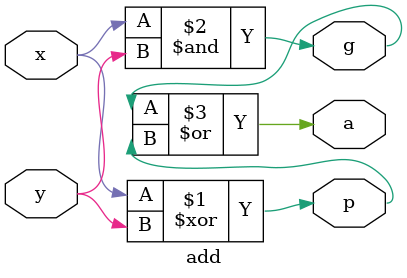
<source format=v>
module add(g,a,p,x,y);


output g,a,p;
input x,y;

assign p=x^y;
assign g=x&y;
assign a=g|p;

endmodule
</source>
